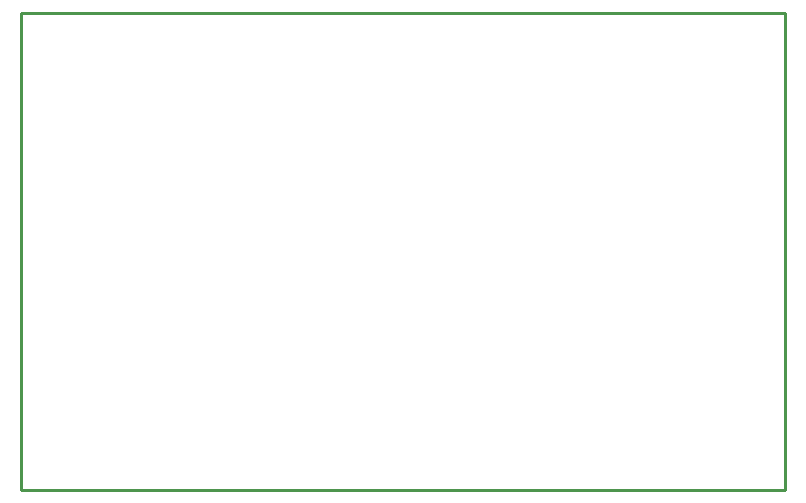
<source format=gbr>
G04 EAGLE Gerber RS-274X export*
G75*
%MOMM*%
%FSLAX34Y34*%
%LPD*%
%IN*%
%IPPOS*%
%AMOC8*
5,1,8,0,0,1.08239X$1,22.5*%
G01*
%ADD10C,0.254000*%


D10*
X0Y0D02*
X647500Y0D01*
X647500Y403100D01*
X0Y403100D01*
X0Y0D01*
M02*

</source>
